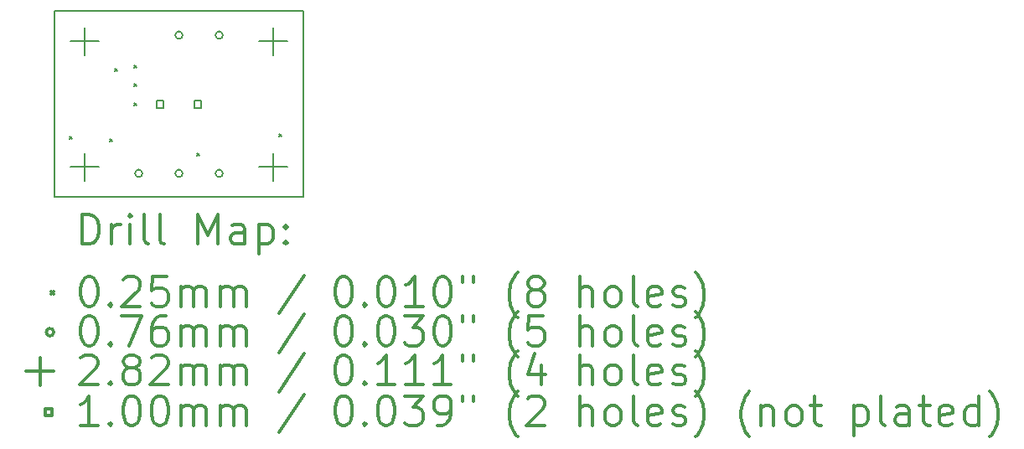
<source format=gbr>
%FSLAX45Y45*%
G04 Gerber Fmt 4.5, Leading zero omitted, Abs format (unit mm)*
G04 Created by KiCad (PCBNEW (5.1.7)-1) date 2021-02-21 14:58:27*
%MOMM*%
%LPD*%
G01*
G04 APERTURE LIST*
%TA.AperFunction,Profile*%
%ADD10C,0.150000*%
%TD*%
%ADD11C,0.200000*%
%ADD12C,0.300000*%
G04 APERTURE END LIST*
D10*
X2552700Y-5727700D02*
X2552700Y-7607300D01*
X5067300Y-5727700D02*
X2552700Y-5727700D01*
X5067300Y-7594600D02*
X5067300Y-5727700D01*
X2552700Y-7607300D02*
X5067300Y-7607300D01*
D11*
X2705100Y-6997700D02*
X2730500Y-7023100D01*
X2730500Y-6997700D02*
X2705100Y-7023100D01*
X3111500Y-7023100D02*
X3136900Y-7048500D01*
X3136900Y-7023100D02*
X3111500Y-7048500D01*
X3162300Y-6311900D02*
X3187700Y-6337300D01*
X3187700Y-6311900D02*
X3162300Y-6337300D01*
X3352800Y-6273800D02*
X3378200Y-6299200D01*
X3378200Y-6273800D02*
X3352800Y-6299200D01*
X3352800Y-6464300D02*
X3378200Y-6489700D01*
X3378200Y-6464300D02*
X3352800Y-6489700D01*
X3352800Y-6654800D02*
X3378200Y-6680200D01*
X3378200Y-6654800D02*
X3352800Y-6680200D01*
X3987800Y-7162800D02*
X4013200Y-7188200D01*
X4013200Y-7162800D02*
X3987800Y-7188200D01*
X4819600Y-6966000D02*
X4845000Y-6991400D01*
X4845000Y-6966000D02*
X4819600Y-6991400D01*
X4254500Y-5969000D02*
G75*
G03*
X4254500Y-5969000I-38100J0D01*
G01*
X3848100Y-7366000D02*
G75*
G03*
X3848100Y-7366000I-38100J0D01*
G01*
X4254500Y-7366000D02*
G75*
G03*
X4254500Y-7366000I-38100J0D01*
G01*
X3848100Y-5969000D02*
G75*
G03*
X3848100Y-5969000I-38100J0D01*
G01*
X3441700Y-7366000D02*
G75*
G03*
X3441700Y-7366000I-38100J0D01*
G01*
X4762500Y-5891530D02*
X4762500Y-6173470D01*
X4621530Y-6032500D02*
X4903470Y-6032500D01*
X4762500Y-7161530D02*
X4762500Y-7443470D01*
X4621530Y-7302500D02*
X4903470Y-7302500D01*
X2857500Y-7161530D02*
X2857500Y-7443470D01*
X2716530Y-7302500D02*
X2998470Y-7302500D01*
X2857500Y-5891530D02*
X2857500Y-6173470D01*
X2716530Y-6032500D02*
X2998470Y-6032500D01*
X3654856Y-6702856D02*
X3654856Y-6632144D01*
X3584144Y-6632144D01*
X3584144Y-6702856D01*
X3654856Y-6702856D01*
X4035856Y-6702856D02*
X4035856Y-6632144D01*
X3965144Y-6632144D01*
X3965144Y-6702856D01*
X4035856Y-6702856D01*
D12*
X2831628Y-8080514D02*
X2831628Y-7780514D01*
X2903057Y-7780514D01*
X2945914Y-7794800D01*
X2974486Y-7823371D01*
X2988771Y-7851943D01*
X3003057Y-7909086D01*
X3003057Y-7951943D01*
X2988771Y-8009086D01*
X2974486Y-8037657D01*
X2945914Y-8066229D01*
X2903057Y-8080514D01*
X2831628Y-8080514D01*
X3131628Y-8080514D02*
X3131628Y-7880514D01*
X3131628Y-7937657D02*
X3145914Y-7909086D01*
X3160200Y-7894800D01*
X3188771Y-7880514D01*
X3217343Y-7880514D01*
X3317343Y-8080514D02*
X3317343Y-7880514D01*
X3317343Y-7780514D02*
X3303057Y-7794800D01*
X3317343Y-7809086D01*
X3331628Y-7794800D01*
X3317343Y-7780514D01*
X3317343Y-7809086D01*
X3503057Y-8080514D02*
X3474486Y-8066229D01*
X3460200Y-8037657D01*
X3460200Y-7780514D01*
X3660200Y-8080514D02*
X3631628Y-8066229D01*
X3617343Y-8037657D01*
X3617343Y-7780514D01*
X4003057Y-8080514D02*
X4003057Y-7780514D01*
X4103057Y-7994800D01*
X4203057Y-7780514D01*
X4203057Y-8080514D01*
X4474486Y-8080514D02*
X4474486Y-7923371D01*
X4460200Y-7894800D01*
X4431628Y-7880514D01*
X4374486Y-7880514D01*
X4345914Y-7894800D01*
X4474486Y-8066229D02*
X4445914Y-8080514D01*
X4374486Y-8080514D01*
X4345914Y-8066229D01*
X4331628Y-8037657D01*
X4331628Y-8009086D01*
X4345914Y-7980514D01*
X4374486Y-7966229D01*
X4445914Y-7966229D01*
X4474486Y-7951943D01*
X4617343Y-7880514D02*
X4617343Y-8180514D01*
X4617343Y-7894800D02*
X4645914Y-7880514D01*
X4703057Y-7880514D01*
X4731628Y-7894800D01*
X4745914Y-7909086D01*
X4760200Y-7937657D01*
X4760200Y-8023371D01*
X4745914Y-8051943D01*
X4731628Y-8066229D01*
X4703057Y-8080514D01*
X4645914Y-8080514D01*
X4617343Y-8066229D01*
X4888771Y-8051943D02*
X4903057Y-8066229D01*
X4888771Y-8080514D01*
X4874486Y-8066229D01*
X4888771Y-8051943D01*
X4888771Y-8080514D01*
X4888771Y-7894800D02*
X4903057Y-7909086D01*
X4888771Y-7923371D01*
X4874486Y-7909086D01*
X4888771Y-7894800D01*
X4888771Y-7923371D01*
X2519800Y-8562100D02*
X2545200Y-8587500D01*
X2545200Y-8562100D02*
X2519800Y-8587500D01*
X2888771Y-8410514D02*
X2917343Y-8410514D01*
X2945914Y-8424800D01*
X2960200Y-8439086D01*
X2974486Y-8467657D01*
X2988771Y-8524800D01*
X2988771Y-8596229D01*
X2974486Y-8653372D01*
X2960200Y-8681943D01*
X2945914Y-8696229D01*
X2917343Y-8710514D01*
X2888771Y-8710514D01*
X2860200Y-8696229D01*
X2845914Y-8681943D01*
X2831628Y-8653372D01*
X2817343Y-8596229D01*
X2817343Y-8524800D01*
X2831628Y-8467657D01*
X2845914Y-8439086D01*
X2860200Y-8424800D01*
X2888771Y-8410514D01*
X3117343Y-8681943D02*
X3131628Y-8696229D01*
X3117343Y-8710514D01*
X3103057Y-8696229D01*
X3117343Y-8681943D01*
X3117343Y-8710514D01*
X3245914Y-8439086D02*
X3260200Y-8424800D01*
X3288771Y-8410514D01*
X3360200Y-8410514D01*
X3388771Y-8424800D01*
X3403057Y-8439086D01*
X3417343Y-8467657D01*
X3417343Y-8496229D01*
X3403057Y-8539086D01*
X3231628Y-8710514D01*
X3417343Y-8710514D01*
X3688771Y-8410514D02*
X3545914Y-8410514D01*
X3531628Y-8553372D01*
X3545914Y-8539086D01*
X3574486Y-8524800D01*
X3645914Y-8524800D01*
X3674486Y-8539086D01*
X3688771Y-8553372D01*
X3703057Y-8581943D01*
X3703057Y-8653372D01*
X3688771Y-8681943D01*
X3674486Y-8696229D01*
X3645914Y-8710514D01*
X3574486Y-8710514D01*
X3545914Y-8696229D01*
X3531628Y-8681943D01*
X3831628Y-8710514D02*
X3831628Y-8510514D01*
X3831628Y-8539086D02*
X3845914Y-8524800D01*
X3874486Y-8510514D01*
X3917343Y-8510514D01*
X3945914Y-8524800D01*
X3960200Y-8553372D01*
X3960200Y-8710514D01*
X3960200Y-8553372D02*
X3974486Y-8524800D01*
X4003057Y-8510514D01*
X4045914Y-8510514D01*
X4074486Y-8524800D01*
X4088771Y-8553372D01*
X4088771Y-8710514D01*
X4231628Y-8710514D02*
X4231628Y-8510514D01*
X4231628Y-8539086D02*
X4245914Y-8524800D01*
X4274486Y-8510514D01*
X4317343Y-8510514D01*
X4345914Y-8524800D01*
X4360200Y-8553372D01*
X4360200Y-8710514D01*
X4360200Y-8553372D02*
X4374486Y-8524800D01*
X4403057Y-8510514D01*
X4445914Y-8510514D01*
X4474486Y-8524800D01*
X4488771Y-8553372D01*
X4488771Y-8710514D01*
X5074486Y-8396229D02*
X4817343Y-8781943D01*
X5460200Y-8410514D02*
X5488771Y-8410514D01*
X5517343Y-8424800D01*
X5531628Y-8439086D01*
X5545914Y-8467657D01*
X5560200Y-8524800D01*
X5560200Y-8596229D01*
X5545914Y-8653372D01*
X5531628Y-8681943D01*
X5517343Y-8696229D01*
X5488771Y-8710514D01*
X5460200Y-8710514D01*
X5431628Y-8696229D01*
X5417343Y-8681943D01*
X5403057Y-8653372D01*
X5388771Y-8596229D01*
X5388771Y-8524800D01*
X5403057Y-8467657D01*
X5417343Y-8439086D01*
X5431628Y-8424800D01*
X5460200Y-8410514D01*
X5688771Y-8681943D02*
X5703057Y-8696229D01*
X5688771Y-8710514D01*
X5674486Y-8696229D01*
X5688771Y-8681943D01*
X5688771Y-8710514D01*
X5888771Y-8410514D02*
X5917343Y-8410514D01*
X5945914Y-8424800D01*
X5960200Y-8439086D01*
X5974486Y-8467657D01*
X5988771Y-8524800D01*
X5988771Y-8596229D01*
X5974486Y-8653372D01*
X5960200Y-8681943D01*
X5945914Y-8696229D01*
X5917343Y-8710514D01*
X5888771Y-8710514D01*
X5860200Y-8696229D01*
X5845914Y-8681943D01*
X5831628Y-8653372D01*
X5817343Y-8596229D01*
X5817343Y-8524800D01*
X5831628Y-8467657D01*
X5845914Y-8439086D01*
X5860200Y-8424800D01*
X5888771Y-8410514D01*
X6274486Y-8710514D02*
X6103057Y-8710514D01*
X6188771Y-8710514D02*
X6188771Y-8410514D01*
X6160200Y-8453372D01*
X6131628Y-8481943D01*
X6103057Y-8496229D01*
X6460200Y-8410514D02*
X6488771Y-8410514D01*
X6517343Y-8424800D01*
X6531628Y-8439086D01*
X6545914Y-8467657D01*
X6560200Y-8524800D01*
X6560200Y-8596229D01*
X6545914Y-8653372D01*
X6531628Y-8681943D01*
X6517343Y-8696229D01*
X6488771Y-8710514D01*
X6460200Y-8710514D01*
X6431628Y-8696229D01*
X6417343Y-8681943D01*
X6403057Y-8653372D01*
X6388771Y-8596229D01*
X6388771Y-8524800D01*
X6403057Y-8467657D01*
X6417343Y-8439086D01*
X6431628Y-8424800D01*
X6460200Y-8410514D01*
X6674486Y-8410514D02*
X6674486Y-8467657D01*
X6788771Y-8410514D02*
X6788771Y-8467657D01*
X7231628Y-8824800D02*
X7217343Y-8810514D01*
X7188771Y-8767657D01*
X7174486Y-8739086D01*
X7160200Y-8696229D01*
X7145914Y-8624800D01*
X7145914Y-8567657D01*
X7160200Y-8496229D01*
X7174486Y-8453372D01*
X7188771Y-8424800D01*
X7217343Y-8381943D01*
X7231628Y-8367657D01*
X7388771Y-8539086D02*
X7360200Y-8524800D01*
X7345914Y-8510514D01*
X7331628Y-8481943D01*
X7331628Y-8467657D01*
X7345914Y-8439086D01*
X7360200Y-8424800D01*
X7388771Y-8410514D01*
X7445914Y-8410514D01*
X7474486Y-8424800D01*
X7488771Y-8439086D01*
X7503057Y-8467657D01*
X7503057Y-8481943D01*
X7488771Y-8510514D01*
X7474486Y-8524800D01*
X7445914Y-8539086D01*
X7388771Y-8539086D01*
X7360200Y-8553372D01*
X7345914Y-8567657D01*
X7331628Y-8596229D01*
X7331628Y-8653372D01*
X7345914Y-8681943D01*
X7360200Y-8696229D01*
X7388771Y-8710514D01*
X7445914Y-8710514D01*
X7474486Y-8696229D01*
X7488771Y-8681943D01*
X7503057Y-8653372D01*
X7503057Y-8596229D01*
X7488771Y-8567657D01*
X7474486Y-8553372D01*
X7445914Y-8539086D01*
X7860200Y-8710514D02*
X7860200Y-8410514D01*
X7988771Y-8710514D02*
X7988771Y-8553372D01*
X7974486Y-8524800D01*
X7945914Y-8510514D01*
X7903057Y-8510514D01*
X7874486Y-8524800D01*
X7860200Y-8539086D01*
X8174486Y-8710514D02*
X8145914Y-8696229D01*
X8131628Y-8681943D01*
X8117343Y-8653372D01*
X8117343Y-8567657D01*
X8131628Y-8539086D01*
X8145914Y-8524800D01*
X8174486Y-8510514D01*
X8217343Y-8510514D01*
X8245914Y-8524800D01*
X8260200Y-8539086D01*
X8274486Y-8567657D01*
X8274486Y-8653372D01*
X8260200Y-8681943D01*
X8245914Y-8696229D01*
X8217343Y-8710514D01*
X8174486Y-8710514D01*
X8445914Y-8710514D02*
X8417343Y-8696229D01*
X8403057Y-8667657D01*
X8403057Y-8410514D01*
X8674486Y-8696229D02*
X8645914Y-8710514D01*
X8588771Y-8710514D01*
X8560200Y-8696229D01*
X8545914Y-8667657D01*
X8545914Y-8553372D01*
X8560200Y-8524800D01*
X8588771Y-8510514D01*
X8645914Y-8510514D01*
X8674486Y-8524800D01*
X8688771Y-8553372D01*
X8688771Y-8581943D01*
X8545914Y-8610514D01*
X8803057Y-8696229D02*
X8831628Y-8710514D01*
X8888771Y-8710514D01*
X8917343Y-8696229D01*
X8931628Y-8667657D01*
X8931628Y-8653372D01*
X8917343Y-8624800D01*
X8888771Y-8610514D01*
X8845914Y-8610514D01*
X8817343Y-8596229D01*
X8803057Y-8567657D01*
X8803057Y-8553372D01*
X8817343Y-8524800D01*
X8845914Y-8510514D01*
X8888771Y-8510514D01*
X8917343Y-8524800D01*
X9031628Y-8824800D02*
X9045914Y-8810514D01*
X9074486Y-8767657D01*
X9088771Y-8739086D01*
X9103057Y-8696229D01*
X9117343Y-8624800D01*
X9117343Y-8567657D01*
X9103057Y-8496229D01*
X9088771Y-8453372D01*
X9074486Y-8424800D01*
X9045914Y-8381943D01*
X9031628Y-8367657D01*
X2545200Y-8970800D02*
G75*
G03*
X2545200Y-8970800I-38100J0D01*
G01*
X2888771Y-8806514D02*
X2917343Y-8806514D01*
X2945914Y-8820800D01*
X2960200Y-8835086D01*
X2974486Y-8863657D01*
X2988771Y-8920800D01*
X2988771Y-8992229D01*
X2974486Y-9049372D01*
X2960200Y-9077943D01*
X2945914Y-9092229D01*
X2917343Y-9106514D01*
X2888771Y-9106514D01*
X2860200Y-9092229D01*
X2845914Y-9077943D01*
X2831628Y-9049372D01*
X2817343Y-8992229D01*
X2817343Y-8920800D01*
X2831628Y-8863657D01*
X2845914Y-8835086D01*
X2860200Y-8820800D01*
X2888771Y-8806514D01*
X3117343Y-9077943D02*
X3131628Y-9092229D01*
X3117343Y-9106514D01*
X3103057Y-9092229D01*
X3117343Y-9077943D01*
X3117343Y-9106514D01*
X3231628Y-8806514D02*
X3431628Y-8806514D01*
X3303057Y-9106514D01*
X3674486Y-8806514D02*
X3617343Y-8806514D01*
X3588771Y-8820800D01*
X3574486Y-8835086D01*
X3545914Y-8877943D01*
X3531628Y-8935086D01*
X3531628Y-9049372D01*
X3545914Y-9077943D01*
X3560200Y-9092229D01*
X3588771Y-9106514D01*
X3645914Y-9106514D01*
X3674486Y-9092229D01*
X3688771Y-9077943D01*
X3703057Y-9049372D01*
X3703057Y-8977943D01*
X3688771Y-8949372D01*
X3674486Y-8935086D01*
X3645914Y-8920800D01*
X3588771Y-8920800D01*
X3560200Y-8935086D01*
X3545914Y-8949372D01*
X3531628Y-8977943D01*
X3831628Y-9106514D02*
X3831628Y-8906514D01*
X3831628Y-8935086D02*
X3845914Y-8920800D01*
X3874486Y-8906514D01*
X3917343Y-8906514D01*
X3945914Y-8920800D01*
X3960200Y-8949372D01*
X3960200Y-9106514D01*
X3960200Y-8949372D02*
X3974486Y-8920800D01*
X4003057Y-8906514D01*
X4045914Y-8906514D01*
X4074486Y-8920800D01*
X4088771Y-8949372D01*
X4088771Y-9106514D01*
X4231628Y-9106514D02*
X4231628Y-8906514D01*
X4231628Y-8935086D02*
X4245914Y-8920800D01*
X4274486Y-8906514D01*
X4317343Y-8906514D01*
X4345914Y-8920800D01*
X4360200Y-8949372D01*
X4360200Y-9106514D01*
X4360200Y-8949372D02*
X4374486Y-8920800D01*
X4403057Y-8906514D01*
X4445914Y-8906514D01*
X4474486Y-8920800D01*
X4488771Y-8949372D01*
X4488771Y-9106514D01*
X5074486Y-8792229D02*
X4817343Y-9177943D01*
X5460200Y-8806514D02*
X5488771Y-8806514D01*
X5517343Y-8820800D01*
X5531628Y-8835086D01*
X5545914Y-8863657D01*
X5560200Y-8920800D01*
X5560200Y-8992229D01*
X5545914Y-9049372D01*
X5531628Y-9077943D01*
X5517343Y-9092229D01*
X5488771Y-9106514D01*
X5460200Y-9106514D01*
X5431628Y-9092229D01*
X5417343Y-9077943D01*
X5403057Y-9049372D01*
X5388771Y-8992229D01*
X5388771Y-8920800D01*
X5403057Y-8863657D01*
X5417343Y-8835086D01*
X5431628Y-8820800D01*
X5460200Y-8806514D01*
X5688771Y-9077943D02*
X5703057Y-9092229D01*
X5688771Y-9106514D01*
X5674486Y-9092229D01*
X5688771Y-9077943D01*
X5688771Y-9106514D01*
X5888771Y-8806514D02*
X5917343Y-8806514D01*
X5945914Y-8820800D01*
X5960200Y-8835086D01*
X5974486Y-8863657D01*
X5988771Y-8920800D01*
X5988771Y-8992229D01*
X5974486Y-9049372D01*
X5960200Y-9077943D01*
X5945914Y-9092229D01*
X5917343Y-9106514D01*
X5888771Y-9106514D01*
X5860200Y-9092229D01*
X5845914Y-9077943D01*
X5831628Y-9049372D01*
X5817343Y-8992229D01*
X5817343Y-8920800D01*
X5831628Y-8863657D01*
X5845914Y-8835086D01*
X5860200Y-8820800D01*
X5888771Y-8806514D01*
X6088771Y-8806514D02*
X6274486Y-8806514D01*
X6174486Y-8920800D01*
X6217343Y-8920800D01*
X6245914Y-8935086D01*
X6260200Y-8949372D01*
X6274486Y-8977943D01*
X6274486Y-9049372D01*
X6260200Y-9077943D01*
X6245914Y-9092229D01*
X6217343Y-9106514D01*
X6131628Y-9106514D01*
X6103057Y-9092229D01*
X6088771Y-9077943D01*
X6460200Y-8806514D02*
X6488771Y-8806514D01*
X6517343Y-8820800D01*
X6531628Y-8835086D01*
X6545914Y-8863657D01*
X6560200Y-8920800D01*
X6560200Y-8992229D01*
X6545914Y-9049372D01*
X6531628Y-9077943D01*
X6517343Y-9092229D01*
X6488771Y-9106514D01*
X6460200Y-9106514D01*
X6431628Y-9092229D01*
X6417343Y-9077943D01*
X6403057Y-9049372D01*
X6388771Y-8992229D01*
X6388771Y-8920800D01*
X6403057Y-8863657D01*
X6417343Y-8835086D01*
X6431628Y-8820800D01*
X6460200Y-8806514D01*
X6674486Y-8806514D02*
X6674486Y-8863657D01*
X6788771Y-8806514D02*
X6788771Y-8863657D01*
X7231628Y-9220800D02*
X7217343Y-9206514D01*
X7188771Y-9163657D01*
X7174486Y-9135086D01*
X7160200Y-9092229D01*
X7145914Y-9020800D01*
X7145914Y-8963657D01*
X7160200Y-8892229D01*
X7174486Y-8849372D01*
X7188771Y-8820800D01*
X7217343Y-8777943D01*
X7231628Y-8763657D01*
X7488771Y-8806514D02*
X7345914Y-8806514D01*
X7331628Y-8949372D01*
X7345914Y-8935086D01*
X7374486Y-8920800D01*
X7445914Y-8920800D01*
X7474486Y-8935086D01*
X7488771Y-8949372D01*
X7503057Y-8977943D01*
X7503057Y-9049372D01*
X7488771Y-9077943D01*
X7474486Y-9092229D01*
X7445914Y-9106514D01*
X7374486Y-9106514D01*
X7345914Y-9092229D01*
X7331628Y-9077943D01*
X7860200Y-9106514D02*
X7860200Y-8806514D01*
X7988771Y-9106514D02*
X7988771Y-8949372D01*
X7974486Y-8920800D01*
X7945914Y-8906514D01*
X7903057Y-8906514D01*
X7874486Y-8920800D01*
X7860200Y-8935086D01*
X8174486Y-9106514D02*
X8145914Y-9092229D01*
X8131628Y-9077943D01*
X8117343Y-9049372D01*
X8117343Y-8963657D01*
X8131628Y-8935086D01*
X8145914Y-8920800D01*
X8174486Y-8906514D01*
X8217343Y-8906514D01*
X8245914Y-8920800D01*
X8260200Y-8935086D01*
X8274486Y-8963657D01*
X8274486Y-9049372D01*
X8260200Y-9077943D01*
X8245914Y-9092229D01*
X8217343Y-9106514D01*
X8174486Y-9106514D01*
X8445914Y-9106514D02*
X8417343Y-9092229D01*
X8403057Y-9063657D01*
X8403057Y-8806514D01*
X8674486Y-9092229D02*
X8645914Y-9106514D01*
X8588771Y-9106514D01*
X8560200Y-9092229D01*
X8545914Y-9063657D01*
X8545914Y-8949372D01*
X8560200Y-8920800D01*
X8588771Y-8906514D01*
X8645914Y-8906514D01*
X8674486Y-8920800D01*
X8688771Y-8949372D01*
X8688771Y-8977943D01*
X8545914Y-9006514D01*
X8803057Y-9092229D02*
X8831628Y-9106514D01*
X8888771Y-9106514D01*
X8917343Y-9092229D01*
X8931628Y-9063657D01*
X8931628Y-9049372D01*
X8917343Y-9020800D01*
X8888771Y-9006514D01*
X8845914Y-9006514D01*
X8817343Y-8992229D01*
X8803057Y-8963657D01*
X8803057Y-8949372D01*
X8817343Y-8920800D01*
X8845914Y-8906514D01*
X8888771Y-8906514D01*
X8917343Y-8920800D01*
X9031628Y-9220800D02*
X9045914Y-9206514D01*
X9074486Y-9163657D01*
X9088771Y-9135086D01*
X9103057Y-9092229D01*
X9117343Y-9020800D01*
X9117343Y-8963657D01*
X9103057Y-8892229D01*
X9088771Y-8849372D01*
X9074486Y-8820800D01*
X9045914Y-8777943D01*
X9031628Y-8763657D01*
X2404230Y-9225830D02*
X2404230Y-9507770D01*
X2263260Y-9366800D02*
X2545200Y-9366800D01*
X2817343Y-9231086D02*
X2831628Y-9216800D01*
X2860200Y-9202514D01*
X2931628Y-9202514D01*
X2960200Y-9216800D01*
X2974486Y-9231086D01*
X2988771Y-9259657D01*
X2988771Y-9288229D01*
X2974486Y-9331086D01*
X2803057Y-9502514D01*
X2988771Y-9502514D01*
X3117343Y-9473943D02*
X3131628Y-9488229D01*
X3117343Y-9502514D01*
X3103057Y-9488229D01*
X3117343Y-9473943D01*
X3117343Y-9502514D01*
X3303057Y-9331086D02*
X3274486Y-9316800D01*
X3260200Y-9302514D01*
X3245914Y-9273943D01*
X3245914Y-9259657D01*
X3260200Y-9231086D01*
X3274486Y-9216800D01*
X3303057Y-9202514D01*
X3360200Y-9202514D01*
X3388771Y-9216800D01*
X3403057Y-9231086D01*
X3417343Y-9259657D01*
X3417343Y-9273943D01*
X3403057Y-9302514D01*
X3388771Y-9316800D01*
X3360200Y-9331086D01*
X3303057Y-9331086D01*
X3274486Y-9345372D01*
X3260200Y-9359657D01*
X3245914Y-9388229D01*
X3245914Y-9445372D01*
X3260200Y-9473943D01*
X3274486Y-9488229D01*
X3303057Y-9502514D01*
X3360200Y-9502514D01*
X3388771Y-9488229D01*
X3403057Y-9473943D01*
X3417343Y-9445372D01*
X3417343Y-9388229D01*
X3403057Y-9359657D01*
X3388771Y-9345372D01*
X3360200Y-9331086D01*
X3531628Y-9231086D02*
X3545914Y-9216800D01*
X3574486Y-9202514D01*
X3645914Y-9202514D01*
X3674486Y-9216800D01*
X3688771Y-9231086D01*
X3703057Y-9259657D01*
X3703057Y-9288229D01*
X3688771Y-9331086D01*
X3517343Y-9502514D01*
X3703057Y-9502514D01*
X3831628Y-9502514D02*
X3831628Y-9302514D01*
X3831628Y-9331086D02*
X3845914Y-9316800D01*
X3874486Y-9302514D01*
X3917343Y-9302514D01*
X3945914Y-9316800D01*
X3960200Y-9345372D01*
X3960200Y-9502514D01*
X3960200Y-9345372D02*
X3974486Y-9316800D01*
X4003057Y-9302514D01*
X4045914Y-9302514D01*
X4074486Y-9316800D01*
X4088771Y-9345372D01*
X4088771Y-9502514D01*
X4231628Y-9502514D02*
X4231628Y-9302514D01*
X4231628Y-9331086D02*
X4245914Y-9316800D01*
X4274486Y-9302514D01*
X4317343Y-9302514D01*
X4345914Y-9316800D01*
X4360200Y-9345372D01*
X4360200Y-9502514D01*
X4360200Y-9345372D02*
X4374486Y-9316800D01*
X4403057Y-9302514D01*
X4445914Y-9302514D01*
X4474486Y-9316800D01*
X4488771Y-9345372D01*
X4488771Y-9502514D01*
X5074486Y-9188229D02*
X4817343Y-9573943D01*
X5460200Y-9202514D02*
X5488771Y-9202514D01*
X5517343Y-9216800D01*
X5531628Y-9231086D01*
X5545914Y-9259657D01*
X5560200Y-9316800D01*
X5560200Y-9388229D01*
X5545914Y-9445372D01*
X5531628Y-9473943D01*
X5517343Y-9488229D01*
X5488771Y-9502514D01*
X5460200Y-9502514D01*
X5431628Y-9488229D01*
X5417343Y-9473943D01*
X5403057Y-9445372D01*
X5388771Y-9388229D01*
X5388771Y-9316800D01*
X5403057Y-9259657D01*
X5417343Y-9231086D01*
X5431628Y-9216800D01*
X5460200Y-9202514D01*
X5688771Y-9473943D02*
X5703057Y-9488229D01*
X5688771Y-9502514D01*
X5674486Y-9488229D01*
X5688771Y-9473943D01*
X5688771Y-9502514D01*
X5988771Y-9502514D02*
X5817343Y-9502514D01*
X5903057Y-9502514D02*
X5903057Y-9202514D01*
X5874486Y-9245372D01*
X5845914Y-9273943D01*
X5817343Y-9288229D01*
X6274486Y-9502514D02*
X6103057Y-9502514D01*
X6188771Y-9502514D02*
X6188771Y-9202514D01*
X6160200Y-9245372D01*
X6131628Y-9273943D01*
X6103057Y-9288229D01*
X6560200Y-9502514D02*
X6388771Y-9502514D01*
X6474486Y-9502514D02*
X6474486Y-9202514D01*
X6445914Y-9245372D01*
X6417343Y-9273943D01*
X6388771Y-9288229D01*
X6674486Y-9202514D02*
X6674486Y-9259657D01*
X6788771Y-9202514D02*
X6788771Y-9259657D01*
X7231628Y-9616800D02*
X7217343Y-9602514D01*
X7188771Y-9559657D01*
X7174486Y-9531086D01*
X7160200Y-9488229D01*
X7145914Y-9416800D01*
X7145914Y-9359657D01*
X7160200Y-9288229D01*
X7174486Y-9245372D01*
X7188771Y-9216800D01*
X7217343Y-9173943D01*
X7231628Y-9159657D01*
X7474486Y-9302514D02*
X7474486Y-9502514D01*
X7403057Y-9188229D02*
X7331628Y-9402514D01*
X7517343Y-9402514D01*
X7860200Y-9502514D02*
X7860200Y-9202514D01*
X7988771Y-9502514D02*
X7988771Y-9345372D01*
X7974486Y-9316800D01*
X7945914Y-9302514D01*
X7903057Y-9302514D01*
X7874486Y-9316800D01*
X7860200Y-9331086D01*
X8174486Y-9502514D02*
X8145914Y-9488229D01*
X8131628Y-9473943D01*
X8117343Y-9445372D01*
X8117343Y-9359657D01*
X8131628Y-9331086D01*
X8145914Y-9316800D01*
X8174486Y-9302514D01*
X8217343Y-9302514D01*
X8245914Y-9316800D01*
X8260200Y-9331086D01*
X8274486Y-9359657D01*
X8274486Y-9445372D01*
X8260200Y-9473943D01*
X8245914Y-9488229D01*
X8217343Y-9502514D01*
X8174486Y-9502514D01*
X8445914Y-9502514D02*
X8417343Y-9488229D01*
X8403057Y-9459657D01*
X8403057Y-9202514D01*
X8674486Y-9488229D02*
X8645914Y-9502514D01*
X8588771Y-9502514D01*
X8560200Y-9488229D01*
X8545914Y-9459657D01*
X8545914Y-9345372D01*
X8560200Y-9316800D01*
X8588771Y-9302514D01*
X8645914Y-9302514D01*
X8674486Y-9316800D01*
X8688771Y-9345372D01*
X8688771Y-9373943D01*
X8545914Y-9402514D01*
X8803057Y-9488229D02*
X8831628Y-9502514D01*
X8888771Y-9502514D01*
X8917343Y-9488229D01*
X8931628Y-9459657D01*
X8931628Y-9445372D01*
X8917343Y-9416800D01*
X8888771Y-9402514D01*
X8845914Y-9402514D01*
X8817343Y-9388229D01*
X8803057Y-9359657D01*
X8803057Y-9345372D01*
X8817343Y-9316800D01*
X8845914Y-9302514D01*
X8888771Y-9302514D01*
X8917343Y-9316800D01*
X9031628Y-9616800D02*
X9045914Y-9602514D01*
X9074486Y-9559657D01*
X9088771Y-9531086D01*
X9103057Y-9488229D01*
X9117343Y-9416800D01*
X9117343Y-9359657D01*
X9103057Y-9288229D01*
X9088771Y-9245372D01*
X9074486Y-9216800D01*
X9045914Y-9173943D01*
X9031628Y-9159657D01*
X2530556Y-9814096D02*
X2530556Y-9743384D01*
X2459844Y-9743384D01*
X2459844Y-9814096D01*
X2530556Y-9814096D01*
X2988771Y-9914454D02*
X2817343Y-9914454D01*
X2903057Y-9914454D02*
X2903057Y-9614454D01*
X2874486Y-9657312D01*
X2845914Y-9685883D01*
X2817343Y-9700169D01*
X3117343Y-9885883D02*
X3131628Y-9900169D01*
X3117343Y-9914454D01*
X3103057Y-9900169D01*
X3117343Y-9885883D01*
X3117343Y-9914454D01*
X3317343Y-9614454D02*
X3345914Y-9614454D01*
X3374486Y-9628740D01*
X3388771Y-9643026D01*
X3403057Y-9671597D01*
X3417343Y-9728740D01*
X3417343Y-9800169D01*
X3403057Y-9857312D01*
X3388771Y-9885883D01*
X3374486Y-9900169D01*
X3345914Y-9914454D01*
X3317343Y-9914454D01*
X3288771Y-9900169D01*
X3274486Y-9885883D01*
X3260200Y-9857312D01*
X3245914Y-9800169D01*
X3245914Y-9728740D01*
X3260200Y-9671597D01*
X3274486Y-9643026D01*
X3288771Y-9628740D01*
X3317343Y-9614454D01*
X3603057Y-9614454D02*
X3631628Y-9614454D01*
X3660200Y-9628740D01*
X3674486Y-9643026D01*
X3688771Y-9671597D01*
X3703057Y-9728740D01*
X3703057Y-9800169D01*
X3688771Y-9857312D01*
X3674486Y-9885883D01*
X3660200Y-9900169D01*
X3631628Y-9914454D01*
X3603057Y-9914454D01*
X3574486Y-9900169D01*
X3560200Y-9885883D01*
X3545914Y-9857312D01*
X3531628Y-9800169D01*
X3531628Y-9728740D01*
X3545914Y-9671597D01*
X3560200Y-9643026D01*
X3574486Y-9628740D01*
X3603057Y-9614454D01*
X3831628Y-9914454D02*
X3831628Y-9714454D01*
X3831628Y-9743026D02*
X3845914Y-9728740D01*
X3874486Y-9714454D01*
X3917343Y-9714454D01*
X3945914Y-9728740D01*
X3960200Y-9757312D01*
X3960200Y-9914454D01*
X3960200Y-9757312D02*
X3974486Y-9728740D01*
X4003057Y-9714454D01*
X4045914Y-9714454D01*
X4074486Y-9728740D01*
X4088771Y-9757312D01*
X4088771Y-9914454D01*
X4231628Y-9914454D02*
X4231628Y-9714454D01*
X4231628Y-9743026D02*
X4245914Y-9728740D01*
X4274486Y-9714454D01*
X4317343Y-9714454D01*
X4345914Y-9728740D01*
X4360200Y-9757312D01*
X4360200Y-9914454D01*
X4360200Y-9757312D02*
X4374486Y-9728740D01*
X4403057Y-9714454D01*
X4445914Y-9714454D01*
X4474486Y-9728740D01*
X4488771Y-9757312D01*
X4488771Y-9914454D01*
X5074486Y-9600169D02*
X4817343Y-9985883D01*
X5460200Y-9614454D02*
X5488771Y-9614454D01*
X5517343Y-9628740D01*
X5531628Y-9643026D01*
X5545914Y-9671597D01*
X5560200Y-9728740D01*
X5560200Y-9800169D01*
X5545914Y-9857312D01*
X5531628Y-9885883D01*
X5517343Y-9900169D01*
X5488771Y-9914454D01*
X5460200Y-9914454D01*
X5431628Y-9900169D01*
X5417343Y-9885883D01*
X5403057Y-9857312D01*
X5388771Y-9800169D01*
X5388771Y-9728740D01*
X5403057Y-9671597D01*
X5417343Y-9643026D01*
X5431628Y-9628740D01*
X5460200Y-9614454D01*
X5688771Y-9885883D02*
X5703057Y-9900169D01*
X5688771Y-9914454D01*
X5674486Y-9900169D01*
X5688771Y-9885883D01*
X5688771Y-9914454D01*
X5888771Y-9614454D02*
X5917343Y-9614454D01*
X5945914Y-9628740D01*
X5960200Y-9643026D01*
X5974486Y-9671597D01*
X5988771Y-9728740D01*
X5988771Y-9800169D01*
X5974486Y-9857312D01*
X5960200Y-9885883D01*
X5945914Y-9900169D01*
X5917343Y-9914454D01*
X5888771Y-9914454D01*
X5860200Y-9900169D01*
X5845914Y-9885883D01*
X5831628Y-9857312D01*
X5817343Y-9800169D01*
X5817343Y-9728740D01*
X5831628Y-9671597D01*
X5845914Y-9643026D01*
X5860200Y-9628740D01*
X5888771Y-9614454D01*
X6088771Y-9614454D02*
X6274486Y-9614454D01*
X6174486Y-9728740D01*
X6217343Y-9728740D01*
X6245914Y-9743026D01*
X6260200Y-9757312D01*
X6274486Y-9785883D01*
X6274486Y-9857312D01*
X6260200Y-9885883D01*
X6245914Y-9900169D01*
X6217343Y-9914454D01*
X6131628Y-9914454D01*
X6103057Y-9900169D01*
X6088771Y-9885883D01*
X6417343Y-9914454D02*
X6474486Y-9914454D01*
X6503057Y-9900169D01*
X6517343Y-9885883D01*
X6545914Y-9843026D01*
X6560200Y-9785883D01*
X6560200Y-9671597D01*
X6545914Y-9643026D01*
X6531628Y-9628740D01*
X6503057Y-9614454D01*
X6445914Y-9614454D01*
X6417343Y-9628740D01*
X6403057Y-9643026D01*
X6388771Y-9671597D01*
X6388771Y-9743026D01*
X6403057Y-9771597D01*
X6417343Y-9785883D01*
X6445914Y-9800169D01*
X6503057Y-9800169D01*
X6531628Y-9785883D01*
X6545914Y-9771597D01*
X6560200Y-9743026D01*
X6674486Y-9614454D02*
X6674486Y-9671597D01*
X6788771Y-9614454D02*
X6788771Y-9671597D01*
X7231628Y-10028740D02*
X7217343Y-10014454D01*
X7188771Y-9971597D01*
X7174486Y-9943026D01*
X7160200Y-9900169D01*
X7145914Y-9828740D01*
X7145914Y-9771597D01*
X7160200Y-9700169D01*
X7174486Y-9657312D01*
X7188771Y-9628740D01*
X7217343Y-9585883D01*
X7231628Y-9571597D01*
X7331628Y-9643026D02*
X7345914Y-9628740D01*
X7374486Y-9614454D01*
X7445914Y-9614454D01*
X7474486Y-9628740D01*
X7488771Y-9643026D01*
X7503057Y-9671597D01*
X7503057Y-9700169D01*
X7488771Y-9743026D01*
X7317343Y-9914454D01*
X7503057Y-9914454D01*
X7860200Y-9914454D02*
X7860200Y-9614454D01*
X7988771Y-9914454D02*
X7988771Y-9757312D01*
X7974486Y-9728740D01*
X7945914Y-9714454D01*
X7903057Y-9714454D01*
X7874486Y-9728740D01*
X7860200Y-9743026D01*
X8174486Y-9914454D02*
X8145914Y-9900169D01*
X8131628Y-9885883D01*
X8117343Y-9857312D01*
X8117343Y-9771597D01*
X8131628Y-9743026D01*
X8145914Y-9728740D01*
X8174486Y-9714454D01*
X8217343Y-9714454D01*
X8245914Y-9728740D01*
X8260200Y-9743026D01*
X8274486Y-9771597D01*
X8274486Y-9857312D01*
X8260200Y-9885883D01*
X8245914Y-9900169D01*
X8217343Y-9914454D01*
X8174486Y-9914454D01*
X8445914Y-9914454D02*
X8417343Y-9900169D01*
X8403057Y-9871597D01*
X8403057Y-9614454D01*
X8674486Y-9900169D02*
X8645914Y-9914454D01*
X8588771Y-9914454D01*
X8560200Y-9900169D01*
X8545914Y-9871597D01*
X8545914Y-9757312D01*
X8560200Y-9728740D01*
X8588771Y-9714454D01*
X8645914Y-9714454D01*
X8674486Y-9728740D01*
X8688771Y-9757312D01*
X8688771Y-9785883D01*
X8545914Y-9814454D01*
X8803057Y-9900169D02*
X8831628Y-9914454D01*
X8888771Y-9914454D01*
X8917343Y-9900169D01*
X8931628Y-9871597D01*
X8931628Y-9857312D01*
X8917343Y-9828740D01*
X8888771Y-9814454D01*
X8845914Y-9814454D01*
X8817343Y-9800169D01*
X8803057Y-9771597D01*
X8803057Y-9757312D01*
X8817343Y-9728740D01*
X8845914Y-9714454D01*
X8888771Y-9714454D01*
X8917343Y-9728740D01*
X9031628Y-10028740D02*
X9045914Y-10014454D01*
X9074486Y-9971597D01*
X9088771Y-9943026D01*
X9103057Y-9900169D01*
X9117343Y-9828740D01*
X9117343Y-9771597D01*
X9103057Y-9700169D01*
X9088771Y-9657312D01*
X9074486Y-9628740D01*
X9045914Y-9585883D01*
X9031628Y-9571597D01*
X9574486Y-10028740D02*
X9560200Y-10014454D01*
X9531628Y-9971597D01*
X9517343Y-9943026D01*
X9503057Y-9900169D01*
X9488771Y-9828740D01*
X9488771Y-9771597D01*
X9503057Y-9700169D01*
X9517343Y-9657312D01*
X9531628Y-9628740D01*
X9560200Y-9585883D01*
X9574486Y-9571597D01*
X9688771Y-9714454D02*
X9688771Y-9914454D01*
X9688771Y-9743026D02*
X9703057Y-9728740D01*
X9731628Y-9714454D01*
X9774486Y-9714454D01*
X9803057Y-9728740D01*
X9817343Y-9757312D01*
X9817343Y-9914454D01*
X10003057Y-9914454D02*
X9974486Y-9900169D01*
X9960200Y-9885883D01*
X9945914Y-9857312D01*
X9945914Y-9771597D01*
X9960200Y-9743026D01*
X9974486Y-9728740D01*
X10003057Y-9714454D01*
X10045914Y-9714454D01*
X10074486Y-9728740D01*
X10088771Y-9743026D01*
X10103057Y-9771597D01*
X10103057Y-9857312D01*
X10088771Y-9885883D01*
X10074486Y-9900169D01*
X10045914Y-9914454D01*
X10003057Y-9914454D01*
X10188771Y-9714454D02*
X10303057Y-9714454D01*
X10231628Y-9614454D02*
X10231628Y-9871597D01*
X10245914Y-9900169D01*
X10274486Y-9914454D01*
X10303057Y-9914454D01*
X10631628Y-9714454D02*
X10631628Y-10014454D01*
X10631628Y-9728740D02*
X10660200Y-9714454D01*
X10717343Y-9714454D01*
X10745914Y-9728740D01*
X10760200Y-9743026D01*
X10774486Y-9771597D01*
X10774486Y-9857312D01*
X10760200Y-9885883D01*
X10745914Y-9900169D01*
X10717343Y-9914454D01*
X10660200Y-9914454D01*
X10631628Y-9900169D01*
X10945914Y-9914454D02*
X10917343Y-9900169D01*
X10903057Y-9871597D01*
X10903057Y-9614454D01*
X11188771Y-9914454D02*
X11188771Y-9757312D01*
X11174486Y-9728740D01*
X11145914Y-9714454D01*
X11088771Y-9714454D01*
X11060200Y-9728740D01*
X11188771Y-9900169D02*
X11160200Y-9914454D01*
X11088771Y-9914454D01*
X11060200Y-9900169D01*
X11045914Y-9871597D01*
X11045914Y-9843026D01*
X11060200Y-9814454D01*
X11088771Y-9800169D01*
X11160200Y-9800169D01*
X11188771Y-9785883D01*
X11288771Y-9714454D02*
X11403057Y-9714454D01*
X11331628Y-9614454D02*
X11331628Y-9871597D01*
X11345914Y-9900169D01*
X11374486Y-9914454D01*
X11403057Y-9914454D01*
X11617343Y-9900169D02*
X11588771Y-9914454D01*
X11531628Y-9914454D01*
X11503057Y-9900169D01*
X11488771Y-9871597D01*
X11488771Y-9757312D01*
X11503057Y-9728740D01*
X11531628Y-9714454D01*
X11588771Y-9714454D01*
X11617343Y-9728740D01*
X11631628Y-9757312D01*
X11631628Y-9785883D01*
X11488771Y-9814454D01*
X11888771Y-9914454D02*
X11888771Y-9614454D01*
X11888771Y-9900169D02*
X11860200Y-9914454D01*
X11803057Y-9914454D01*
X11774486Y-9900169D01*
X11760200Y-9885883D01*
X11745914Y-9857312D01*
X11745914Y-9771597D01*
X11760200Y-9743026D01*
X11774486Y-9728740D01*
X11803057Y-9714454D01*
X11860200Y-9714454D01*
X11888771Y-9728740D01*
X12003057Y-10028740D02*
X12017343Y-10014454D01*
X12045914Y-9971597D01*
X12060200Y-9943026D01*
X12074486Y-9900169D01*
X12088771Y-9828740D01*
X12088771Y-9771597D01*
X12074486Y-9700169D01*
X12060200Y-9657312D01*
X12045914Y-9628740D01*
X12017343Y-9585883D01*
X12003057Y-9571597D01*
M02*

</source>
